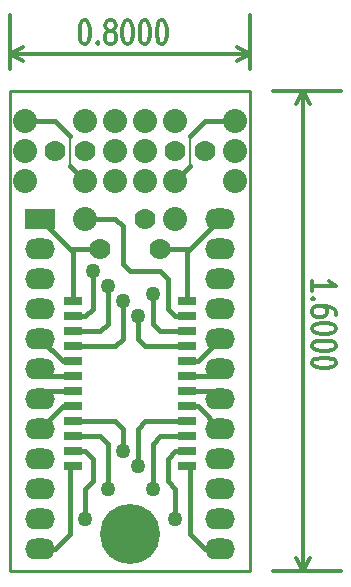
<source format=gtl>
G04 (created by PCBNEW-RS274X (2010-05-05 BZR 2356)-stable) date 12/20/10 19:08:10*
G01*
G70*
G90*
%MOIN*%
G04 Gerber Fmt 3.4, Leading zero omitted, Abs format*
%FSLAX34Y34*%
G04 APERTURE LIST*
%ADD10C,0.005000*%
%ADD11C,0.012000*%
%ADD12C,0.010000*%
%ADD13R,0.060000X0.030000*%
%ADD14C,0.080000*%
%ADD15O,0.100000X0.070000*%
%ADD16R,0.100000X0.070000*%
%ADD17C,0.070000*%
%ADD18C,0.200000*%
%ADD19C,0.050000*%
%ADD20C,0.015000*%
%ADD21C,0.008000*%
G04 APERTURE END LIST*
G54D10*
G54D11*
X20065Y-16658D02*
X20065Y-16315D01*
X20065Y-16487D02*
X20865Y-16487D01*
X20751Y-16430D01*
X20675Y-16372D01*
X20637Y-16315D01*
X20141Y-16915D02*
X20103Y-16943D01*
X20065Y-16915D01*
X20103Y-16886D01*
X20141Y-16915D01*
X20065Y-16915D01*
X20865Y-17458D02*
X20865Y-17344D01*
X20827Y-17287D01*
X20789Y-17258D01*
X20675Y-17201D01*
X20522Y-17172D01*
X20218Y-17172D01*
X20141Y-17201D01*
X20103Y-17229D01*
X20065Y-17287D01*
X20065Y-17401D01*
X20103Y-17458D01*
X20141Y-17487D01*
X20218Y-17515D01*
X20408Y-17515D01*
X20484Y-17487D01*
X20522Y-17458D01*
X20560Y-17401D01*
X20560Y-17287D01*
X20522Y-17229D01*
X20484Y-17201D01*
X20408Y-17172D01*
X20865Y-17886D02*
X20865Y-17943D01*
X20827Y-18000D01*
X20789Y-18029D01*
X20713Y-18058D01*
X20560Y-18086D01*
X20370Y-18086D01*
X20218Y-18058D01*
X20141Y-18029D01*
X20103Y-18000D01*
X20065Y-17943D01*
X20065Y-17886D01*
X20103Y-17829D01*
X20141Y-17800D01*
X20218Y-17772D01*
X20370Y-17743D01*
X20560Y-17743D01*
X20713Y-17772D01*
X20789Y-17800D01*
X20827Y-17829D01*
X20865Y-17886D01*
X20865Y-18457D02*
X20865Y-18514D01*
X20827Y-18571D01*
X20789Y-18600D01*
X20713Y-18629D01*
X20560Y-18657D01*
X20370Y-18657D01*
X20218Y-18629D01*
X20141Y-18600D01*
X20103Y-18571D01*
X20065Y-18514D01*
X20065Y-18457D01*
X20103Y-18400D01*
X20141Y-18371D01*
X20218Y-18343D01*
X20370Y-18314D01*
X20560Y-18314D01*
X20713Y-18343D01*
X20789Y-18371D01*
X20827Y-18400D01*
X20865Y-18457D01*
X20865Y-19028D02*
X20865Y-19085D01*
X20827Y-19142D01*
X20789Y-19171D01*
X20713Y-19200D01*
X20560Y-19228D01*
X20370Y-19228D01*
X20218Y-19200D01*
X20141Y-19171D01*
X20103Y-19142D01*
X20065Y-19085D01*
X20065Y-19028D01*
X20103Y-18971D01*
X20141Y-18942D01*
X20218Y-18914D01*
X20370Y-18885D01*
X20560Y-18885D01*
X20713Y-18914D01*
X20789Y-18942D01*
X20827Y-18971D01*
X20865Y-19028D01*
X19749Y-10000D02*
X19749Y-26000D01*
X18750Y-10000D02*
X21029Y-10000D01*
X18750Y-26000D02*
X21029Y-26000D01*
X19749Y-26000D02*
X19519Y-25557D01*
X19749Y-26000D02*
X19979Y-25557D01*
X19749Y-10000D02*
X19519Y-10443D01*
X19749Y-10000D02*
X19979Y-10443D01*
X12458Y-07635D02*
X12515Y-07635D01*
X12572Y-07673D01*
X12601Y-07711D01*
X12630Y-07787D01*
X12658Y-07940D01*
X12658Y-08130D01*
X12630Y-08282D01*
X12601Y-08359D01*
X12572Y-08397D01*
X12515Y-08435D01*
X12458Y-08435D01*
X12401Y-08397D01*
X12372Y-08359D01*
X12344Y-08282D01*
X12315Y-08130D01*
X12315Y-07940D01*
X12344Y-07787D01*
X12372Y-07711D01*
X12401Y-07673D01*
X12458Y-07635D01*
X12915Y-08359D02*
X12943Y-08397D01*
X12915Y-08435D01*
X12886Y-08397D01*
X12915Y-08359D01*
X12915Y-08435D01*
X13287Y-07978D02*
X13229Y-07940D01*
X13201Y-07901D01*
X13172Y-07825D01*
X13172Y-07787D01*
X13201Y-07711D01*
X13229Y-07673D01*
X13287Y-07635D01*
X13401Y-07635D01*
X13458Y-07673D01*
X13487Y-07711D01*
X13515Y-07787D01*
X13515Y-07825D01*
X13487Y-07901D01*
X13458Y-07940D01*
X13401Y-07978D01*
X13287Y-07978D01*
X13229Y-08016D01*
X13201Y-08054D01*
X13172Y-08130D01*
X13172Y-08282D01*
X13201Y-08359D01*
X13229Y-08397D01*
X13287Y-08435D01*
X13401Y-08435D01*
X13458Y-08397D01*
X13487Y-08359D01*
X13515Y-08282D01*
X13515Y-08130D01*
X13487Y-08054D01*
X13458Y-08016D01*
X13401Y-07978D01*
X13886Y-07635D02*
X13943Y-07635D01*
X14000Y-07673D01*
X14029Y-07711D01*
X14058Y-07787D01*
X14086Y-07940D01*
X14086Y-08130D01*
X14058Y-08282D01*
X14029Y-08359D01*
X14000Y-08397D01*
X13943Y-08435D01*
X13886Y-08435D01*
X13829Y-08397D01*
X13800Y-08359D01*
X13772Y-08282D01*
X13743Y-08130D01*
X13743Y-07940D01*
X13772Y-07787D01*
X13800Y-07711D01*
X13829Y-07673D01*
X13886Y-07635D01*
X14457Y-07635D02*
X14514Y-07635D01*
X14571Y-07673D01*
X14600Y-07711D01*
X14629Y-07787D01*
X14657Y-07940D01*
X14657Y-08130D01*
X14629Y-08282D01*
X14600Y-08359D01*
X14571Y-08397D01*
X14514Y-08435D01*
X14457Y-08435D01*
X14400Y-08397D01*
X14371Y-08359D01*
X14343Y-08282D01*
X14314Y-08130D01*
X14314Y-07940D01*
X14343Y-07787D01*
X14371Y-07711D01*
X14400Y-07673D01*
X14457Y-07635D01*
X15028Y-07635D02*
X15085Y-07635D01*
X15142Y-07673D01*
X15171Y-07711D01*
X15200Y-07787D01*
X15228Y-07940D01*
X15228Y-08130D01*
X15200Y-08282D01*
X15171Y-08359D01*
X15142Y-08397D01*
X15085Y-08435D01*
X15028Y-08435D01*
X14971Y-08397D01*
X14942Y-08359D01*
X14914Y-08282D01*
X14885Y-08130D01*
X14885Y-07940D01*
X14914Y-07787D01*
X14942Y-07711D01*
X14971Y-07673D01*
X15028Y-07635D01*
X10000Y-08751D02*
X18000Y-08751D01*
X10000Y-09250D02*
X10000Y-07471D01*
X18000Y-09250D02*
X18000Y-07471D01*
X18000Y-08751D02*
X17557Y-08981D01*
X18000Y-08751D02*
X17557Y-08521D01*
X10000Y-08751D02*
X10443Y-08981D01*
X10000Y-08751D02*
X10443Y-08521D01*
G54D12*
X10000Y-26000D02*
X10000Y-10000D01*
X18000Y-26000D02*
X10000Y-26000D01*
X18000Y-10000D02*
X18000Y-26000D01*
X10000Y-10000D02*
X18000Y-10000D01*
G54D13*
X12100Y-17000D03*
X12100Y-17500D03*
X12100Y-18000D03*
X12100Y-18500D03*
X12100Y-19000D03*
X12100Y-19500D03*
X12100Y-20000D03*
X12100Y-20500D03*
X12100Y-21000D03*
X12100Y-21500D03*
X12100Y-22000D03*
X12100Y-22500D03*
X15900Y-17000D03*
X15900Y-17500D03*
X15900Y-18000D03*
X15900Y-18500D03*
X15900Y-19000D03*
X15900Y-19500D03*
X15900Y-20000D03*
X15900Y-20500D03*
X15900Y-21000D03*
X15900Y-21500D03*
X15900Y-22000D03*
X15900Y-22500D03*
G54D14*
X12500Y-14250D03*
X15500Y-14250D03*
G54D15*
X17000Y-14250D03*
X17000Y-15250D03*
X17000Y-16250D03*
X17000Y-17250D03*
X17000Y-18250D03*
X17000Y-19250D03*
X17000Y-20250D03*
X17000Y-21250D03*
X17000Y-22250D03*
X17000Y-23250D03*
X17000Y-24250D03*
X17000Y-25250D03*
G54D16*
X11000Y-14250D03*
G54D15*
X11000Y-15250D03*
X11000Y-16250D03*
X11000Y-17250D03*
X11000Y-18250D03*
X11000Y-19250D03*
X11000Y-20250D03*
X11000Y-21250D03*
X11000Y-22250D03*
X11000Y-23250D03*
X11000Y-24250D03*
X11000Y-25250D03*
G54D17*
X13000Y-15250D03*
X15000Y-15250D03*
G54D18*
X14000Y-24750D03*
G54D17*
X14500Y-14250D03*
G54D14*
X15500Y-13000D03*
G54D17*
X11500Y-12000D03*
G54D14*
X15500Y-11000D03*
G54D17*
X15500Y-12000D03*
G54D14*
X14500Y-13000D03*
X14500Y-11000D03*
X14500Y-12000D03*
G54D17*
X16500Y-12000D03*
G54D14*
X13500Y-11000D03*
X13500Y-13000D03*
X13500Y-12000D03*
G54D17*
X12500Y-12000D03*
G54D14*
X12500Y-13000D03*
X12500Y-11000D03*
X17500Y-12000D03*
X10500Y-12000D03*
X10500Y-13000D03*
X17500Y-11000D03*
X10500Y-11000D03*
X17500Y-13000D03*
G54D19*
X13250Y-16500D03*
X13750Y-17000D03*
X14250Y-17500D03*
X14750Y-23250D03*
X14250Y-22500D03*
X13750Y-22000D03*
X13250Y-23250D03*
X12500Y-24250D03*
X15500Y-24250D03*
X14750Y-16750D03*
X12750Y-16000D03*
G54D20*
X12100Y-18000D02*
X13000Y-18000D01*
X13000Y-18000D02*
X13250Y-17750D01*
X13250Y-17750D02*
X13250Y-16500D01*
X13750Y-18250D02*
X13750Y-17000D01*
X13500Y-18500D02*
X13750Y-18250D01*
X12100Y-18500D02*
X13500Y-18500D01*
X14250Y-18250D02*
X14250Y-17500D01*
X14500Y-18500D02*
X14250Y-18250D01*
X15900Y-18500D02*
X14500Y-18500D01*
X11750Y-19000D02*
X11000Y-18250D01*
X12100Y-19000D02*
X11750Y-19000D01*
X12100Y-19500D02*
X11250Y-19500D01*
X11250Y-19500D02*
X11000Y-19250D01*
X14750Y-21750D02*
X14750Y-23250D01*
X15000Y-21500D02*
X14750Y-21750D01*
X15900Y-21500D02*
X15000Y-21500D01*
X15900Y-21000D02*
X14500Y-21000D01*
X14500Y-21000D02*
X14250Y-21250D01*
X14250Y-21250D02*
X14250Y-22500D01*
X15900Y-20500D02*
X16250Y-20500D01*
X16250Y-20500D02*
X17000Y-21250D01*
X16750Y-20000D02*
X17000Y-20250D01*
X15900Y-20000D02*
X16750Y-20000D01*
X15900Y-19500D02*
X16750Y-19500D01*
X16750Y-19500D02*
X17000Y-19250D01*
X16250Y-19000D02*
X17000Y-18250D01*
X15900Y-19000D02*
X16250Y-19000D01*
X12100Y-20000D02*
X11250Y-20000D01*
X11250Y-20000D02*
X11000Y-20250D01*
X11750Y-20500D02*
X11000Y-21250D01*
X12100Y-20500D02*
X11750Y-20500D01*
X13750Y-21250D02*
X13750Y-22000D01*
X12100Y-21000D02*
X13500Y-21000D01*
X13500Y-21000D02*
X13750Y-21250D01*
X12100Y-21500D02*
X13000Y-21500D01*
X13000Y-21500D02*
X13250Y-21750D01*
X13250Y-21750D02*
X13250Y-23250D01*
X12750Y-23000D02*
X12500Y-23250D01*
X12500Y-24250D02*
X12500Y-23250D01*
X12750Y-22750D02*
X12750Y-23000D01*
X12100Y-22000D02*
X12500Y-22000D01*
X12500Y-22000D02*
X12750Y-22250D01*
X12750Y-22750D02*
X12750Y-22250D01*
X11000Y-25250D02*
X11500Y-25250D01*
X12000Y-22500D02*
X12100Y-22500D01*
X11500Y-25250D02*
X12000Y-24750D01*
X12000Y-24750D02*
X12000Y-22500D01*
X16500Y-25250D02*
X16000Y-24750D01*
X16000Y-23000D02*
X16000Y-22500D01*
X17000Y-25250D02*
X16500Y-25250D01*
X16000Y-22500D02*
X15900Y-22500D01*
X16000Y-24750D02*
X16000Y-23000D01*
X15500Y-23250D02*
X15250Y-23000D01*
X15900Y-22000D02*
X15500Y-22000D01*
X15500Y-22000D02*
X15250Y-22250D01*
X15250Y-23000D02*
X15250Y-22250D01*
X15500Y-24250D02*
X15500Y-23250D01*
X12100Y-17000D02*
X12100Y-15350D01*
X12000Y-15250D02*
X11000Y-14250D01*
X12100Y-15350D02*
X12000Y-15250D01*
X13000Y-15250D02*
X12000Y-15250D01*
X15900Y-18000D02*
X15000Y-18000D01*
X14750Y-17750D02*
X14750Y-16750D01*
X15000Y-18000D02*
X14750Y-17750D01*
X12100Y-17500D02*
X12500Y-17500D01*
X12750Y-17250D02*
X12750Y-16000D01*
X12500Y-17500D02*
X12750Y-17250D01*
X15900Y-15350D02*
X16000Y-15250D01*
X15000Y-15250D02*
X16000Y-15250D01*
X16000Y-15250D02*
X17000Y-14250D01*
X15900Y-17000D02*
X15900Y-15350D01*
X15250Y-16500D02*
X15250Y-16250D01*
X14000Y-16000D02*
X13750Y-15750D01*
X15000Y-16000D02*
X14000Y-16000D01*
X15250Y-16250D02*
X15000Y-16000D01*
X15900Y-17500D02*
X15500Y-17500D01*
X13750Y-15750D02*
X13750Y-14500D01*
X13750Y-14500D02*
X13500Y-14250D01*
X13500Y-14250D02*
X12500Y-14250D01*
X15250Y-17250D02*
X15250Y-16500D01*
X15500Y-17500D02*
X15250Y-17250D01*
X17500Y-11000D02*
X16500Y-11000D01*
X16000Y-12500D02*
X15500Y-13000D01*
X16500Y-11000D02*
X16000Y-11500D01*
G54D21*
X16000Y-11500D02*
X16000Y-12500D01*
G54D20*
X12000Y-12500D02*
X12500Y-13000D01*
G54D21*
X12000Y-11500D02*
X12000Y-12500D01*
G54D20*
X11500Y-11000D02*
X12000Y-11500D01*
X10500Y-11000D02*
X11500Y-11000D01*
M02*

</source>
